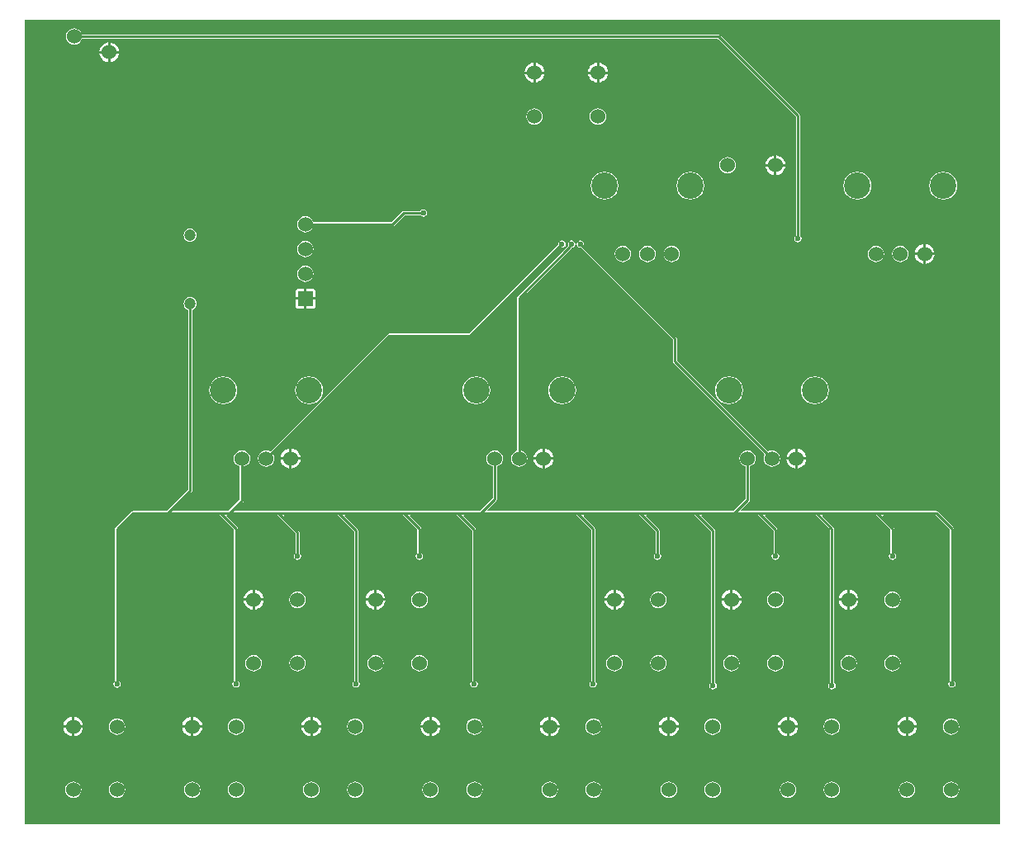
<source format=gtl>
G04 Layer_Physical_Order=1*
G04 Layer_Color=255*
%FSLAX25Y25*%
%MOIN*%
G70*
G01*
G75*
%ADD10C,0.01000*%
%ADD11C,0.06000*%
%ADD12C,0.10630*%
%ADD13C,0.04724*%
%ADD14R,0.06000X0.06000*%
%ADD15C,0.02362*%
G36*
X590551Y39370D02*
X196850D01*
Y364173D01*
X590551D01*
Y39370D01*
D02*
G37*
%LPC*%
G36*
X456474Y82709D02*
X455930Y82637D01*
X454957Y82234D01*
X454121Y81593D01*
X453480Y80757D01*
X453077Y79784D01*
X453005Y79240D01*
X456474D01*
Y82709D01*
D02*
G37*
G36*
X457474D02*
Y79240D01*
X460943D01*
X460871Y79784D01*
X460468Y80757D01*
X459827Y81593D01*
X458991Y82234D01*
X458018Y82637D01*
X457474Y82709D01*
D02*
G37*
G36*
X408386D02*
X407842Y82637D01*
X406869Y82234D01*
X406034Y81593D01*
X405392Y80757D01*
X404989Y79784D01*
X404918Y79240D01*
X408386D01*
Y82709D01*
D02*
G37*
G36*
X409386D02*
Y79240D01*
X412855D01*
X412783Y79784D01*
X412380Y80757D01*
X411739Y81593D01*
X410904Y82234D01*
X409931Y82637D01*
X409386Y82709D01*
D02*
G37*
G36*
X504562D02*
X504018Y82637D01*
X503045Y82234D01*
X502209Y81593D01*
X501568Y80757D01*
X501165Y79784D01*
X501093Y79240D01*
X504562D01*
Y82709D01*
D02*
G37*
G36*
X553650D02*
Y79240D01*
X557118D01*
X557047Y79784D01*
X556644Y80757D01*
X556002Y81593D01*
X555167Y82234D01*
X554194Y82637D01*
X553650Y82709D01*
D02*
G37*
G36*
X289370Y107659D02*
X288509Y107546D01*
X287706Y107213D01*
X287016Y106684D01*
X286487Y105995D01*
X286155Y105192D01*
X286041Y104331D01*
X286155Y103469D01*
X286487Y102667D01*
X287016Y101977D01*
X287706Y101448D01*
X288509Y101116D01*
X289370Y101002D01*
X290231Y101116D01*
X291034Y101448D01*
X291724Y101977D01*
X292253Y102667D01*
X292585Y103469D01*
X292699Y104331D01*
X292585Y105192D01*
X292253Y105995D01*
X291724Y106684D01*
X291034Y107213D01*
X290231Y107546D01*
X289370Y107659D01*
D02*
G37*
G36*
X505562Y82709D02*
Y79240D01*
X509030D01*
X508959Y79784D01*
X508556Y80757D01*
X507915Y81593D01*
X507079Y82234D01*
X506106Y82637D01*
X505562Y82709D01*
D02*
G37*
G36*
X552650D02*
X552105Y82637D01*
X551132Y82234D01*
X550297Y81593D01*
X549656Y80757D01*
X549253Y79784D01*
X549181Y79240D01*
X552650D01*
Y82709D01*
D02*
G37*
G36*
X361299D02*
Y79240D01*
X364767D01*
X364696Y79784D01*
X364293Y80757D01*
X363651Y81593D01*
X362816Y82234D01*
X361843Y82637D01*
X361299Y82709D01*
D02*
G37*
G36*
X216035D02*
X215491Y82637D01*
X214518Y82234D01*
X213683Y81593D01*
X213041Y80757D01*
X212638Y79784D01*
X212567Y79240D01*
X216035D01*
Y82709D01*
D02*
G37*
G36*
X217035D02*
Y79240D01*
X220504D01*
X220432Y79784D01*
X220029Y80757D01*
X219388Y81593D01*
X218553Y82234D01*
X217580Y82637D01*
X217035Y82709D01*
D02*
G37*
G36*
X522778Y82069D02*
X521917Y81955D01*
X521114Y81623D01*
X520425Y81094D01*
X519896Y80404D01*
X519563Y79602D01*
X519450Y78740D01*
X519563Y77879D01*
X519896Y77076D01*
X520425Y76387D01*
X521114Y75858D01*
X521917Y75525D01*
X522778Y75412D01*
X523640Y75525D01*
X524443Y75858D01*
X525132Y76387D01*
X525661Y77076D01*
X525993Y77879D01*
X526107Y78740D01*
X525993Y79602D01*
X525661Y80404D01*
X525132Y81094D01*
X524443Y81623D01*
X523640Y81955D01*
X522778Y82069D01*
D02*
G37*
G36*
X570866D02*
X570005Y81955D01*
X569202Y81623D01*
X568512Y81094D01*
X567983Y80404D01*
X567651Y79602D01*
X567537Y78740D01*
X567651Y77879D01*
X567983Y77076D01*
X568512Y76387D01*
X569202Y75858D01*
X570005Y75525D01*
X570866Y75412D01*
X571728Y75525D01*
X572530Y75858D01*
X573220Y76387D01*
X573748Y77076D01*
X574081Y77879D01*
X574194Y78740D01*
X574081Y79602D01*
X573748Y80404D01*
X573220Y81094D01*
X572530Y81623D01*
X571728Y81955D01*
X570866Y82069D01*
D02*
G37*
G36*
X264123Y82709D02*
X263579Y82637D01*
X262606Y82234D01*
X261770Y81593D01*
X261129Y80757D01*
X260726Y79784D01*
X260654Y79240D01*
X264123D01*
Y82709D01*
D02*
G37*
G36*
X313211D02*
Y79240D01*
X316680D01*
X316608Y79784D01*
X316205Y80757D01*
X315564Y81593D01*
X314728Y82234D01*
X313755Y82637D01*
X313211Y82709D01*
D02*
G37*
G36*
X360299D02*
X359754Y82637D01*
X358781Y82234D01*
X357946Y81593D01*
X357305Y80757D01*
X356902Y79784D01*
X356830Y79240D01*
X360299D01*
Y82709D01*
D02*
G37*
G36*
X265123D02*
Y79240D01*
X268592D01*
X268520Y79784D01*
X268117Y80757D01*
X267476Y81593D01*
X266640Y82234D01*
X265667Y82637D01*
X265123Y82709D01*
D02*
G37*
G36*
X312211D02*
X311667Y82637D01*
X310694Y82234D01*
X309858Y81593D01*
X309217Y80757D01*
X308814Y79784D01*
X308742Y79240D01*
X312211D01*
Y82709D01*
D02*
G37*
G36*
X342551Y129421D02*
X339083D01*
Y125952D01*
X339627Y126024D01*
X340600Y126427D01*
X341435Y127068D01*
X342077Y127904D01*
X342480Y128877D01*
X342551Y129421D01*
D02*
G37*
G36*
X434539D02*
X431071D01*
X431142Y128877D01*
X431545Y127904D01*
X432187Y127068D01*
X433022Y126427D01*
X433995Y126024D01*
X434539Y125952D01*
Y129421D01*
D02*
G37*
G36*
X293339D02*
X289870D01*
Y125952D01*
X290414Y126024D01*
X291387Y126427D01*
X292223Y127068D01*
X292864Y127904D01*
X293267Y128877D01*
X293339Y129421D01*
D02*
G37*
G36*
X338083D02*
X334614D01*
X334686Y128877D01*
X335089Y127904D01*
X335730Y127068D01*
X336565Y126427D01*
X337538Y126024D01*
X338083Y125952D01*
Y129421D01*
D02*
G37*
G36*
X439008D02*
X435539D01*
Y125952D01*
X436084Y126024D01*
X437057Y126427D01*
X437892Y127068D01*
X438533Y127904D01*
X438936Y128877D01*
X439008Y129421D01*
D02*
G37*
G36*
X529028D02*
X525559D01*
X525631Y128877D01*
X526034Y127904D01*
X526675Y127068D01*
X527510Y126427D01*
X528483Y126024D01*
X529028Y125952D01*
Y129421D01*
D02*
G37*
G36*
X533496D02*
X530028D01*
Y125952D01*
X530572Y126024D01*
X531545Y126427D01*
X532380Y127068D01*
X533022Y127904D01*
X533425Y128877D01*
X533496Y129421D01*
D02*
G37*
G36*
X481783D02*
X478315D01*
X478386Y128877D01*
X478789Y127904D01*
X479431Y127068D01*
X480266Y126427D01*
X481239Y126024D01*
X481783Y125952D01*
Y129421D01*
D02*
G37*
G36*
X486252D02*
X482783D01*
Y125952D01*
X483328Y126024D01*
X484301Y126427D01*
X485136Y127068D01*
X485777Y127904D01*
X486180Y128877D01*
X486252Y129421D01*
D02*
G37*
G36*
X288870D02*
X285401D01*
X285473Y128877D01*
X285876Y127904D01*
X286517Y127068D01*
X287353Y126427D01*
X288326Y126024D01*
X288870Y125952D01*
Y129421D01*
D02*
G37*
G36*
X356299Y107659D02*
X355438Y107546D01*
X354635Y107213D01*
X353946Y106684D01*
X353417Y105995D01*
X353084Y105192D01*
X352971Y104331D01*
X353084Y103469D01*
X353417Y102667D01*
X353946Y101977D01*
X354635Y101448D01*
X355438Y101116D01*
X356299Y101002D01*
X357161Y101116D01*
X357963Y101448D01*
X358653Y101977D01*
X359182Y102667D01*
X359514Y103469D01*
X359628Y104331D01*
X359514Y105192D01*
X359182Y105995D01*
X358653Y106684D01*
X357963Y107213D01*
X357161Y107546D01*
X356299Y107659D01*
D02*
G37*
G36*
X435039D02*
X434178Y107546D01*
X433375Y107213D01*
X432686Y106684D01*
X432157Y105995D01*
X431824Y105192D01*
X431711Y104331D01*
X431824Y103469D01*
X432157Y102667D01*
X432686Y101977D01*
X433375Y101448D01*
X434178Y101116D01*
X435039Y101002D01*
X435901Y101116D01*
X436704Y101448D01*
X437393Y101977D01*
X437922Y102667D01*
X438254Y103469D01*
X438368Y104331D01*
X438254Y105192D01*
X437922Y105995D01*
X437393Y106684D01*
X436704Y107213D01*
X435901Y107546D01*
X435039Y107659D01*
D02*
G37*
G36*
X307087D02*
X306225Y107546D01*
X305422Y107213D01*
X304733Y106684D01*
X304204Y105995D01*
X303871Y105192D01*
X303758Y104331D01*
X303871Y103469D01*
X304204Y102667D01*
X304733Y101977D01*
X305422Y101448D01*
X306225Y101116D01*
X307087Y101002D01*
X307948Y101116D01*
X308751Y101448D01*
X309440Y101977D01*
X309969Y102667D01*
X310302Y103469D01*
X310415Y104331D01*
X310302Y105192D01*
X309969Y105995D01*
X309440Y106684D01*
X308751Y107213D01*
X307948Y107546D01*
X307087Y107659D01*
D02*
G37*
G36*
X338583D02*
X337721Y107546D01*
X336918Y107213D01*
X336229Y106684D01*
X335700Y105995D01*
X335367Y105192D01*
X335254Y104331D01*
X335367Y103469D01*
X335700Y102667D01*
X336229Y101977D01*
X336918Y101448D01*
X337721Y101116D01*
X338583Y101002D01*
X339444Y101116D01*
X340247Y101448D01*
X340936Y101977D01*
X341465Y102667D01*
X341798Y103469D01*
X341911Y104331D01*
X341798Y105192D01*
X341465Y105995D01*
X340936Y106684D01*
X340247Y107213D01*
X339444Y107546D01*
X338583Y107659D01*
D02*
G37*
G36*
X452756D02*
X451895Y107546D01*
X451092Y107213D01*
X450402Y106684D01*
X449873Y105995D01*
X449541Y105192D01*
X449428Y104331D01*
X449541Y103469D01*
X449873Y102667D01*
X450402Y101977D01*
X451092Y101448D01*
X451895Y101116D01*
X452756Y101002D01*
X453617Y101116D01*
X454420Y101448D01*
X455110Y101977D01*
X455639Y102667D01*
X455971Y103469D01*
X456084Y104331D01*
X455971Y105192D01*
X455639Y105995D01*
X455110Y106684D01*
X454420Y107213D01*
X453617Y107546D01*
X452756Y107659D01*
D02*
G37*
G36*
X529528D02*
X528666Y107546D01*
X527863Y107213D01*
X527174Y106684D01*
X526645Y105995D01*
X526312Y105192D01*
X526199Y104331D01*
X526312Y103469D01*
X526645Y102667D01*
X527174Y101977D01*
X527863Y101448D01*
X528666Y101116D01*
X529528Y101002D01*
X530389Y101116D01*
X531192Y101448D01*
X531881Y101977D01*
X532410Y102667D01*
X532743Y103469D01*
X532856Y104331D01*
X532743Y105192D01*
X532410Y105995D01*
X531881Y106684D01*
X531192Y107213D01*
X530389Y107546D01*
X529528Y107659D01*
D02*
G37*
G36*
X547244D02*
X546383Y107546D01*
X545580Y107213D01*
X544890Y106684D01*
X544361Y105995D01*
X544029Y105192D01*
X543916Y104331D01*
X544029Y103469D01*
X544361Y102667D01*
X544890Y101977D01*
X545580Y101448D01*
X546383Y101116D01*
X547244Y101002D01*
X548105Y101116D01*
X548908Y101448D01*
X549598Y101977D01*
X550127Y102667D01*
X550459Y103469D01*
X550572Y104331D01*
X550459Y105192D01*
X550127Y105995D01*
X549598Y106684D01*
X548908Y107213D01*
X548105Y107546D01*
X547244Y107659D01*
D02*
G37*
G36*
X482283D02*
X481422Y107546D01*
X480619Y107213D01*
X479930Y106684D01*
X479401Y105995D01*
X479068Y105192D01*
X478955Y104331D01*
X479068Y103469D01*
X479401Y102667D01*
X479930Y101977D01*
X480619Y101448D01*
X481422Y101116D01*
X482283Y101002D01*
X483145Y101116D01*
X483948Y101448D01*
X484637Y101977D01*
X485166Y102667D01*
X485499Y103469D01*
X485612Y104331D01*
X485499Y105192D01*
X485166Y105995D01*
X484637Y106684D01*
X483948Y107213D01*
X483145Y107546D01*
X482283Y107659D01*
D02*
G37*
G36*
X500000D02*
X499138Y107546D01*
X498336Y107213D01*
X497646Y106684D01*
X497118Y105995D01*
X496785Y105192D01*
X496671Y104331D01*
X496785Y103469D01*
X497118Y102667D01*
X497646Y101977D01*
X498336Y101448D01*
X499138Y101116D01*
X500000Y101002D01*
X500862Y101116D01*
X501664Y101448D01*
X502354Y101977D01*
X502882Y102667D01*
X503215Y103469D01*
X503329Y104331D01*
X503215Y105192D01*
X502882Y105995D01*
X502354Y106684D01*
X501664Y107213D01*
X500862Y107546D01*
X500000Y107659D01*
D02*
G37*
G36*
X505062Y56478D02*
X504200Y56365D01*
X503398Y56032D01*
X502708Y55503D01*
X502179Y54814D01*
X501847Y54011D01*
X501733Y53150D01*
X501847Y52288D01*
X502179Y51485D01*
X502708Y50796D01*
X503398Y50267D01*
X504200Y49935D01*
X505062Y49821D01*
X505923Y49935D01*
X506726Y50267D01*
X507415Y50796D01*
X507944Y51485D01*
X508277Y52288D01*
X508390Y53150D01*
X508277Y54011D01*
X507944Y54814D01*
X507415Y55503D01*
X506726Y56032D01*
X505923Y56365D01*
X505062Y56478D01*
D02*
G37*
G36*
X522778D02*
X521917Y56365D01*
X521114Y56032D01*
X520425Y55503D01*
X519896Y54814D01*
X519563Y54011D01*
X519450Y53150D01*
X519563Y52288D01*
X519896Y51485D01*
X520425Y50796D01*
X521114Y50267D01*
X521917Y49935D01*
X522778Y49821D01*
X523640Y49935D01*
X524443Y50267D01*
X525132Y50796D01*
X525661Y51485D01*
X525993Y52288D01*
X526107Y53150D01*
X525993Y54011D01*
X525661Y54814D01*
X525132Y55503D01*
X524443Y56032D01*
X523640Y56365D01*
X522778Y56478D01*
D02*
G37*
G36*
X456974D02*
X456112Y56365D01*
X455310Y56032D01*
X454620Y55503D01*
X454091Y54814D01*
X453759Y54011D01*
X453646Y53150D01*
X453759Y52288D01*
X454091Y51485D01*
X454620Y50796D01*
X455310Y50267D01*
X456112Y49935D01*
X456974Y49821D01*
X457835Y49935D01*
X458638Y50267D01*
X459328Y50796D01*
X459857Y51485D01*
X460189Y52288D01*
X460302Y53150D01*
X460189Y54011D01*
X459857Y54814D01*
X459328Y55503D01*
X458638Y56032D01*
X457835Y56365D01*
X456974Y56478D01*
D02*
G37*
G36*
X474691D02*
X473829Y56365D01*
X473026Y56032D01*
X472337Y55503D01*
X471808Y54814D01*
X471476Y54011D01*
X471362Y53150D01*
X471476Y52288D01*
X471808Y51485D01*
X472337Y50796D01*
X473026Y50267D01*
X473829Y49935D01*
X474691Y49821D01*
X475552Y49935D01*
X476355Y50267D01*
X477044Y50796D01*
X477573Y51485D01*
X477906Y52288D01*
X478019Y53150D01*
X477906Y54011D01*
X477573Y54814D01*
X477044Y55503D01*
X476355Y56032D01*
X475552Y56365D01*
X474691Y56478D01*
D02*
G37*
G36*
X553150D02*
X552288Y56365D01*
X551485Y56032D01*
X550796Y55503D01*
X550267Y54814D01*
X549934Y54011D01*
X549821Y53150D01*
X549934Y52288D01*
X550267Y51485D01*
X550796Y50796D01*
X551485Y50267D01*
X552288Y49935D01*
X553150Y49821D01*
X554011Y49935D01*
X554814Y50267D01*
X555503Y50796D01*
X556032Y51485D01*
X556365Y52288D01*
X556478Y53150D01*
X556365Y54011D01*
X556032Y54814D01*
X555503Y55503D01*
X554814Y56032D01*
X554011Y56365D01*
X553150Y56478D01*
D02*
G37*
G36*
X220504Y78240D02*
X217035D01*
Y74771D01*
X217580Y74843D01*
X218553Y75246D01*
X219388Y75887D01*
X220029Y76723D01*
X220432Y77696D01*
X220504Y78240D01*
D02*
G37*
G36*
X264123D02*
X260654D01*
X260726Y77696D01*
X261129Y76723D01*
X261770Y75887D01*
X262606Y75246D01*
X263579Y74843D01*
X264123Y74771D01*
Y78240D01*
D02*
G37*
G36*
X570866Y56478D02*
X570005Y56365D01*
X569202Y56032D01*
X568512Y55503D01*
X567983Y54814D01*
X567651Y54011D01*
X567537Y53150D01*
X567651Y52288D01*
X567983Y51485D01*
X568512Y50796D01*
X569202Y50267D01*
X570005Y49935D01*
X570866Y49821D01*
X571728Y49935D01*
X572530Y50267D01*
X573220Y50796D01*
X573748Y51485D01*
X574081Y52288D01*
X574194Y53150D01*
X574081Y54011D01*
X573748Y54814D01*
X573220Y55503D01*
X572530Y56032D01*
X571728Y56365D01*
X570866Y56478D01*
D02*
G37*
G36*
X216035Y78240D02*
X212567D01*
X212638Y77696D01*
X213041Y76723D01*
X213683Y75887D01*
X214518Y75246D01*
X215491Y74843D01*
X216035Y74771D01*
Y78240D01*
D02*
G37*
G36*
X426603Y56478D02*
X425741Y56365D01*
X424939Y56032D01*
X424249Y55503D01*
X423720Y54814D01*
X423388Y54011D01*
X423274Y53150D01*
X423388Y52288D01*
X423720Y51485D01*
X424249Y50796D01*
X424939Y50267D01*
X425741Y49935D01*
X426603Y49821D01*
X427464Y49935D01*
X428267Y50267D01*
X428956Y50796D01*
X429485Y51485D01*
X429818Y52288D01*
X429931Y53150D01*
X429818Y54011D01*
X429485Y54814D01*
X428956Y55503D01*
X428267Y56032D01*
X427464Y56365D01*
X426603Y56478D01*
D02*
G37*
G36*
X264623D02*
X263762Y56365D01*
X262959Y56032D01*
X262270Y55503D01*
X261741Y54814D01*
X261408Y54011D01*
X261295Y53150D01*
X261408Y52288D01*
X261741Y51485D01*
X262270Y50796D01*
X262959Y50267D01*
X263762Y49935D01*
X264623Y49821D01*
X265485Y49935D01*
X266287Y50267D01*
X266977Y50796D01*
X267506Y51485D01*
X267838Y52288D01*
X267952Y53150D01*
X267838Y54011D01*
X267506Y54814D01*
X266977Y55503D01*
X266287Y56032D01*
X265485Y56365D01*
X264623Y56478D01*
D02*
G37*
G36*
X282340D02*
X281478Y56365D01*
X280676Y56032D01*
X279986Y55503D01*
X279457Y54814D01*
X279125Y54011D01*
X279011Y53150D01*
X279125Y52288D01*
X279457Y51485D01*
X279986Y50796D01*
X280676Y50267D01*
X281478Y49935D01*
X282340Y49821D01*
X283201Y49935D01*
X284004Y50267D01*
X284693Y50796D01*
X285222Y51485D01*
X285555Y52288D01*
X285668Y53150D01*
X285555Y54011D01*
X285222Y54814D01*
X284693Y55503D01*
X284004Y56032D01*
X283201Y56365D01*
X282340Y56478D01*
D02*
G37*
G36*
X216535D02*
X215674Y56365D01*
X214871Y56032D01*
X214182Y55503D01*
X213653Y54814D01*
X213320Y54011D01*
X213207Y53150D01*
X213320Y52288D01*
X213653Y51485D01*
X214182Y50796D01*
X214871Y50267D01*
X215674Y49935D01*
X216535Y49821D01*
X217397Y49935D01*
X218200Y50267D01*
X218889Y50796D01*
X219418Y51485D01*
X219750Y52288D01*
X219864Y53150D01*
X219750Y54011D01*
X219418Y54814D01*
X218889Y55503D01*
X218200Y56032D01*
X217397Y56365D01*
X216535Y56478D01*
D02*
G37*
G36*
X234252D02*
X233390Y56365D01*
X232588Y56032D01*
X231898Y55503D01*
X231369Y54814D01*
X231037Y54011D01*
X230924Y53150D01*
X231037Y52288D01*
X231369Y51485D01*
X231898Y50796D01*
X232588Y50267D01*
X233390Y49935D01*
X234252Y49821D01*
X235114Y49935D01*
X235916Y50267D01*
X236606Y50796D01*
X237135Y51485D01*
X237467Y52288D01*
X237580Y53150D01*
X237467Y54011D01*
X237135Y54814D01*
X236606Y55503D01*
X235916Y56032D01*
X235114Y56365D01*
X234252Y56478D01*
D02*
G37*
G36*
X312711D02*
X311849Y56365D01*
X311047Y56032D01*
X310357Y55503D01*
X309828Y54814D01*
X309496Y54011D01*
X309382Y53150D01*
X309496Y52288D01*
X309828Y51485D01*
X310357Y50796D01*
X311047Y50267D01*
X311849Y49935D01*
X312711Y49821D01*
X313572Y49935D01*
X314375Y50267D01*
X315064Y50796D01*
X315593Y51485D01*
X315926Y52288D01*
X316039Y53150D01*
X315926Y54011D01*
X315593Y54814D01*
X315064Y55503D01*
X314375Y56032D01*
X313572Y56365D01*
X312711Y56478D01*
D02*
G37*
G36*
X378515D02*
X377654Y56365D01*
X376851Y56032D01*
X376162Y55503D01*
X375633Y54814D01*
X375300Y54011D01*
X375187Y53150D01*
X375300Y52288D01*
X375633Y51485D01*
X376162Y50796D01*
X376851Y50267D01*
X377654Y49935D01*
X378515Y49821D01*
X379377Y49935D01*
X380179Y50267D01*
X380869Y50796D01*
X381398Y51485D01*
X381730Y52288D01*
X381844Y53150D01*
X381730Y54011D01*
X381398Y54814D01*
X380869Y55503D01*
X380179Y56032D01*
X379377Y56365D01*
X378515Y56478D01*
D02*
G37*
G36*
X408886D02*
X408025Y56365D01*
X407222Y56032D01*
X406533Y55503D01*
X406004Y54814D01*
X405671Y54011D01*
X405558Y53150D01*
X405671Y52288D01*
X406004Y51485D01*
X406533Y50796D01*
X407222Y50267D01*
X408025Y49935D01*
X408886Y49821D01*
X409748Y49935D01*
X410551Y50267D01*
X411240Y50796D01*
X411769Y51485D01*
X412102Y52288D01*
X412215Y53150D01*
X412102Y54011D01*
X411769Y54814D01*
X411240Y55503D01*
X410551Y56032D01*
X409748Y56365D01*
X408886Y56478D01*
D02*
G37*
G36*
X330427D02*
X329566Y56365D01*
X328763Y56032D01*
X328074Y55503D01*
X327545Y54814D01*
X327212Y54011D01*
X327099Y53150D01*
X327212Y52288D01*
X327545Y51485D01*
X328074Y50796D01*
X328763Y50267D01*
X329566Y49935D01*
X330427Y49821D01*
X331289Y49935D01*
X332092Y50267D01*
X332781Y50796D01*
X333310Y51485D01*
X333643Y52288D01*
X333756Y53150D01*
X333643Y54011D01*
X333310Y54814D01*
X332781Y55503D01*
X332092Y56032D01*
X331289Y56365D01*
X330427Y56478D01*
D02*
G37*
G36*
X360799D02*
X359937Y56365D01*
X359134Y56032D01*
X358445Y55503D01*
X357916Y54814D01*
X357583Y54011D01*
X357470Y53150D01*
X357583Y52288D01*
X357916Y51485D01*
X358445Y50796D01*
X359134Y50267D01*
X359937Y49935D01*
X360799Y49821D01*
X361660Y49935D01*
X362463Y50267D01*
X363152Y50796D01*
X363681Y51485D01*
X364014Y52288D01*
X364127Y53150D01*
X364014Y54011D01*
X363681Y54814D01*
X363152Y55503D01*
X362463Y56032D01*
X361660Y56365D01*
X360799Y56478D01*
D02*
G37*
G36*
X557118Y78240D02*
X553650D01*
Y74771D01*
X554194Y74843D01*
X555167Y75246D01*
X556002Y75887D01*
X556644Y76723D01*
X557047Y77696D01*
X557118Y78240D01*
D02*
G37*
G36*
X234252Y82069D02*
X233390Y81955D01*
X232588Y81623D01*
X231898Y81094D01*
X231369Y80404D01*
X231037Y79602D01*
X230924Y78740D01*
X231037Y77879D01*
X231369Y77076D01*
X231898Y76387D01*
X232588Y75858D01*
X233390Y75525D01*
X234252Y75412D01*
X235114Y75525D01*
X235916Y75858D01*
X236606Y76387D01*
X237135Y77076D01*
X237467Y77879D01*
X237580Y78740D01*
X237467Y79602D01*
X237135Y80404D01*
X236606Y81094D01*
X235916Y81623D01*
X235114Y81955D01*
X234252Y82069D01*
D02*
G37*
G36*
X509030Y78240D02*
X505562D01*
Y74771D01*
X506106Y74843D01*
X507079Y75246D01*
X507915Y75887D01*
X508556Y76723D01*
X508959Y77696D01*
X509030Y78240D01*
D02*
G37*
G36*
X552650D02*
X549181D01*
X549253Y77696D01*
X549656Y76723D01*
X550297Y75887D01*
X551132Y75246D01*
X552105Y74843D01*
X552650Y74771D01*
Y78240D01*
D02*
G37*
G36*
X282340Y82069D02*
X281478Y81955D01*
X280676Y81623D01*
X279986Y81094D01*
X279457Y80404D01*
X279125Y79602D01*
X279011Y78740D01*
X279125Y77879D01*
X279457Y77076D01*
X279986Y76387D01*
X280676Y75858D01*
X281478Y75525D01*
X282340Y75412D01*
X283201Y75525D01*
X284004Y75858D01*
X284693Y76387D01*
X285222Y77076D01*
X285555Y77879D01*
X285668Y78740D01*
X285555Y79602D01*
X285222Y80404D01*
X284693Y81094D01*
X284004Y81623D01*
X283201Y81955D01*
X282340Y82069D01*
D02*
G37*
G36*
X426603D02*
X425741Y81955D01*
X424939Y81623D01*
X424249Y81094D01*
X423720Y80404D01*
X423388Y79602D01*
X423274Y78740D01*
X423388Y77879D01*
X423720Y77076D01*
X424249Y76387D01*
X424939Y75858D01*
X425741Y75525D01*
X426603Y75412D01*
X427464Y75525D01*
X428267Y75858D01*
X428956Y76387D01*
X429485Y77076D01*
X429818Y77879D01*
X429931Y78740D01*
X429818Y79602D01*
X429485Y80404D01*
X428956Y81094D01*
X428267Y81623D01*
X427464Y81955D01*
X426603Y82069D01*
D02*
G37*
G36*
X474691D02*
X473829Y81955D01*
X473026Y81623D01*
X472337Y81094D01*
X471808Y80404D01*
X471476Y79602D01*
X471362Y78740D01*
X471476Y77879D01*
X471808Y77076D01*
X472337Y76387D01*
X473026Y75858D01*
X473829Y75525D01*
X474691Y75412D01*
X475552Y75525D01*
X476355Y75858D01*
X477044Y76387D01*
X477573Y77076D01*
X477906Y77879D01*
X478019Y78740D01*
X477906Y79602D01*
X477573Y80404D01*
X477044Y81094D01*
X476355Y81623D01*
X475552Y81955D01*
X474691Y82069D01*
D02*
G37*
G36*
X330427D02*
X329566Y81955D01*
X328763Y81623D01*
X328074Y81094D01*
X327545Y80404D01*
X327212Y79602D01*
X327099Y78740D01*
X327212Y77879D01*
X327545Y77076D01*
X328074Y76387D01*
X328763Y75858D01*
X329566Y75525D01*
X330427Y75412D01*
X331289Y75525D01*
X332092Y75858D01*
X332781Y76387D01*
X333310Y77076D01*
X333643Y77879D01*
X333756Y78740D01*
X333643Y79602D01*
X333310Y80404D01*
X332781Y81094D01*
X332092Y81623D01*
X331289Y81955D01*
X330427Y82069D01*
D02*
G37*
G36*
X378515D02*
X377654Y81955D01*
X376851Y81623D01*
X376162Y81094D01*
X375633Y80404D01*
X375300Y79602D01*
X375187Y78740D01*
X375300Y77879D01*
X375633Y77076D01*
X376162Y76387D01*
X376851Y75858D01*
X377654Y75525D01*
X378515Y75412D01*
X379377Y75525D01*
X380179Y75858D01*
X380869Y76387D01*
X381398Y77076D01*
X381730Y77879D01*
X381844Y78740D01*
X381730Y79602D01*
X381398Y80404D01*
X380869Y81094D01*
X380179Y81623D01*
X379377Y81955D01*
X378515Y82069D01*
D02*
G37*
G36*
X504562Y78240D02*
X501093D01*
X501165Y77696D01*
X501568Y76723D01*
X502209Y75887D01*
X503045Y75246D01*
X504018Y74843D01*
X504562Y74771D01*
Y78240D01*
D02*
G37*
G36*
X316680D02*
X313211D01*
Y74771D01*
X313755Y74843D01*
X314728Y75246D01*
X315564Y75887D01*
X316205Y76723D01*
X316608Y77696D01*
X316680Y78240D01*
D02*
G37*
G36*
X360299D02*
X356830D01*
X356902Y77696D01*
X357305Y76723D01*
X357946Y75887D01*
X358781Y75246D01*
X359754Y74843D01*
X360299Y74771D01*
Y78240D01*
D02*
G37*
G36*
X268592D02*
X265123D01*
Y74771D01*
X265667Y74843D01*
X266640Y75246D01*
X267476Y75887D01*
X268117Y76723D01*
X268520Y77696D01*
X268592Y78240D01*
D02*
G37*
G36*
X312211D02*
X308742D01*
X308814Y77696D01*
X309217Y76723D01*
X309858Y75887D01*
X310694Y75246D01*
X311667Y74843D01*
X312211Y74771D01*
Y78240D01*
D02*
G37*
G36*
X364767D02*
X361299D01*
Y74771D01*
X361843Y74843D01*
X362816Y75246D01*
X363651Y75887D01*
X364293Y76723D01*
X364696Y77696D01*
X364767Y78240D01*
D02*
G37*
G36*
X456474D02*
X453005D01*
X453077Y77696D01*
X453480Y76723D01*
X454121Y75887D01*
X454957Y75246D01*
X455930Y74843D01*
X456474Y74771D01*
Y78240D01*
D02*
G37*
G36*
X460943D02*
X457474D01*
Y74771D01*
X458018Y74843D01*
X458991Y75246D01*
X459827Y75887D01*
X460468Y76723D01*
X460871Y77696D01*
X460943Y78240D01*
D02*
G37*
G36*
X408386D02*
X404918D01*
X404989Y77696D01*
X405392Y76723D01*
X406034Y75887D01*
X406869Y75246D01*
X407842Y74843D01*
X408386Y74771D01*
Y78240D01*
D02*
G37*
G36*
X412855D02*
X409386D01*
Y74771D01*
X409931Y74843D01*
X410904Y75246D01*
X411739Y75887D01*
X412380Y76723D01*
X412783Y77696D01*
X412855Y78240D01*
D02*
G37*
G36*
X307087Y133250D02*
X306225Y133136D01*
X305422Y132804D01*
X304733Y132275D01*
X304204Y131585D01*
X303871Y130783D01*
X303758Y129921D01*
X303871Y129060D01*
X304204Y128257D01*
X304733Y127568D01*
X305422Y127039D01*
X306225Y126706D01*
X307087Y126593D01*
X307948Y126706D01*
X308751Y127039D01*
X309440Y127568D01*
X309969Y128257D01*
X310302Y129060D01*
X310415Y129921D01*
X310302Y130783D01*
X309969Y131585D01*
X309440Y132275D01*
X308751Y132804D01*
X307948Y133136D01*
X307087Y133250D01*
D02*
G37*
G36*
X216929Y360809D02*
X216068Y360695D01*
X215265Y360363D01*
X214576Y359834D01*
X214047Y359144D01*
X213714Y358342D01*
X213601Y357480D01*
X213714Y356619D01*
X214047Y355816D01*
X214576Y355127D01*
X215265Y354598D01*
X216068Y354265D01*
X216929Y354152D01*
X217791Y354265D01*
X218593Y354598D01*
X219283Y355127D01*
X219812Y355816D01*
X220144Y356619D01*
X220150Y356665D01*
X476827D01*
X508240Y325253D01*
Y277083D01*
X507987Y276914D01*
X507660Y276424D01*
X507545Y275847D01*
X507660Y275269D01*
X507987Y274779D01*
X508477Y274451D01*
X509055Y274336D01*
X509633Y274451D01*
X510123Y274779D01*
X510450Y275269D01*
X510565Y275847D01*
X510450Y276424D01*
X510123Y276914D01*
X509871Y277083D01*
Y325590D01*
X509871Y325590D01*
X509809Y325903D01*
X509632Y326167D01*
X509632Y326167D01*
X477742Y358057D01*
X477478Y358234D01*
X477165Y358296D01*
X477165Y358296D01*
X220150D01*
X220144Y358342D01*
X219812Y359144D01*
X219283Y359834D01*
X218593Y360363D01*
X217791Y360695D01*
X216929Y360809D01*
D02*
G37*
G36*
X263779Y279851D02*
X263085Y279759D01*
X262437Y279491D01*
X261881Y279064D01*
X261454Y278508D01*
X261186Y277860D01*
X261094Y277165D01*
X261186Y276470D01*
X261454Y275823D01*
X261881Y275267D01*
X262437Y274840D01*
X263085Y274572D01*
X263779Y274480D01*
X264475Y274572D01*
X265122Y274840D01*
X265678Y275267D01*
X266105Y275823D01*
X266373Y276470D01*
X266465Y277165D01*
X266373Y277860D01*
X266105Y278508D01*
X265678Y279064D01*
X265122Y279491D01*
X264475Y279759D01*
X263779Y279851D01*
D02*
G37*
G36*
X560736Y273654D02*
Y270185D01*
X564205D01*
X564133Y270729D01*
X563730Y271702D01*
X563089Y272538D01*
X562254Y273179D01*
X561280Y273582D01*
X560736Y273654D01*
D02*
G37*
G36*
X413779Y275132D02*
X413202Y275017D01*
X412712Y274690D01*
X412384Y274200D01*
X412269Y273622D01*
X412329Y273325D01*
X376434Y237430D01*
X344094D01*
X344094Y237430D01*
X343782Y237368D01*
X343518Y237191D01*
X296189Y189862D01*
X296152Y189891D01*
X295350Y190223D01*
X294488Y190336D01*
X293627Y190223D01*
X292824Y189891D01*
X292134Y189362D01*
X291606Y188672D01*
X291273Y187869D01*
X291160Y187008D01*
X291273Y186146D01*
X291606Y185344D01*
X292134Y184654D01*
X292824Y184125D01*
X293627Y183793D01*
X294488Y183679D01*
X295350Y183793D01*
X296152Y184125D01*
X296842Y184654D01*
X297371Y185344D01*
X297703Y186146D01*
X297817Y187008D01*
X297703Y187869D01*
X297371Y188672D01*
X297343Y188709D01*
X344432Y235799D01*
X376772D01*
X376772Y235799D01*
X377084Y235861D01*
X377348Y236037D01*
X413482Y272171D01*
X413779Y272112D01*
X414357Y272227D01*
X414847Y272554D01*
X415175Y273044D01*
X415290Y273622D01*
X415175Y274200D01*
X414847Y274690D01*
X414357Y275017D01*
X413779Y275132D01*
D02*
G37*
G36*
X357874Y287731D02*
X357296Y287616D01*
X356806Y287288D01*
X356638Y287036D01*
X350000D01*
X349688Y286974D01*
X349423Y286797D01*
X349423Y286797D01*
X345095Y282469D01*
X313457D01*
X313451Y282515D01*
X313119Y283318D01*
X312590Y284007D01*
X311900Y284536D01*
X311098Y284869D01*
X310236Y284982D01*
X309375Y284869D01*
X308572Y284536D01*
X307883Y284007D01*
X307354Y283318D01*
X307021Y282515D01*
X306908Y281653D01*
X307021Y280792D01*
X307354Y279989D01*
X307883Y279300D01*
X308572Y278771D01*
X309375Y278438D01*
X310236Y278325D01*
X311098Y278438D01*
X311900Y278771D01*
X312590Y279300D01*
X313119Y279989D01*
X313451Y280792D01*
X313457Y280838D01*
X345433D01*
X345433Y280838D01*
X345745Y280900D01*
X346010Y281077D01*
X350338Y285405D01*
X356638D01*
X356806Y285153D01*
X357296Y284825D01*
X357874Y284710D01*
X358452Y284825D01*
X358942Y285153D01*
X359269Y285643D01*
X359384Y286221D01*
X359269Y286798D01*
X358942Y287288D01*
X358452Y287616D01*
X357874Y287731D01*
D02*
G37*
G36*
X533071Y302907D02*
X531605Y302714D01*
X530239Y302149D01*
X529066Y301249D01*
X528166Y300076D01*
X527600Y298710D01*
X527407Y297244D01*
X527600Y295778D01*
X528166Y294412D01*
X529066Y293239D01*
X530239Y292339D01*
X531605Y291774D01*
X533071Y291581D01*
X534537Y291774D01*
X535903Y292339D01*
X537076Y293239D01*
X537976Y294412D01*
X538541Y295778D01*
X538734Y297244D01*
X538541Y298710D01*
X537976Y300076D01*
X537076Y301249D01*
X535903Y302149D01*
X534537Y302714D01*
X533071Y302907D01*
D02*
G37*
G36*
X567717D02*
X566251Y302714D01*
X564885Y302149D01*
X563712Y301249D01*
X562812Y300076D01*
X562246Y298710D01*
X562053Y297244D01*
X562246Y295778D01*
X562812Y294412D01*
X563712Y293239D01*
X564885Y292339D01*
X566251Y291774D01*
X567717Y291581D01*
X569182Y291774D01*
X570548Y292339D01*
X571721Y293239D01*
X572621Y294412D01*
X573187Y295778D01*
X573380Y297244D01*
X573187Y298710D01*
X572621Y300076D01*
X571721Y301249D01*
X570548Y302149D01*
X569182Y302714D01*
X567717Y302907D01*
D02*
G37*
G36*
X431004D02*
X429538Y302714D01*
X428172Y302149D01*
X426999Y301249D01*
X426099Y300076D01*
X425533Y298710D01*
X425341Y297244D01*
X425533Y295778D01*
X426099Y294412D01*
X426999Y293239D01*
X428172Y292339D01*
X429538Y291774D01*
X431004Y291581D01*
X432470Y291774D01*
X433836Y292339D01*
X435009Y293239D01*
X435909Y294412D01*
X436474Y295778D01*
X436667Y297244D01*
X436474Y298710D01*
X435909Y300076D01*
X435009Y301249D01*
X433836Y302149D01*
X432470Y302714D01*
X431004Y302907D01*
D02*
G37*
G36*
X465650D02*
X464184Y302714D01*
X462818Y302149D01*
X461645Y301249D01*
X460745Y300076D01*
X460179Y298710D01*
X459986Y297244D01*
X460179Y295778D01*
X460745Y294412D01*
X461645Y293239D01*
X462818Y292339D01*
X464184Y291774D01*
X465650Y291581D01*
X467115Y291774D01*
X468481Y292339D01*
X469654Y293239D01*
X470554Y294412D01*
X471120Y295778D01*
X471313Y297244D01*
X471120Y298710D01*
X470554Y300076D01*
X469654Y301249D01*
X468481Y302149D01*
X467115Y302714D01*
X465650Y302907D01*
D02*
G37*
G36*
X559736Y273654D02*
X559192Y273582D01*
X558219Y273179D01*
X557383Y272538D01*
X556742Y271702D01*
X556339Y270729D01*
X556267Y270185D01*
X559736D01*
Y273654D01*
D02*
G37*
G36*
X564205Y269185D02*
X560736D01*
Y265716D01*
X561280Y265788D01*
X562254Y266191D01*
X563089Y266832D01*
X563730Y267668D01*
X564133Y268641D01*
X564205Y269185D01*
D02*
G37*
G36*
X438484Y273013D02*
X437623Y272900D01*
X436820Y272568D01*
X436131Y272039D01*
X435602Y271349D01*
X435269Y270547D01*
X435156Y269685D01*
X435269Y268824D01*
X435602Y268021D01*
X436131Y267331D01*
X436820Y266803D01*
X437623Y266470D01*
X438484Y266357D01*
X439346Y266470D01*
X440148Y266803D01*
X440838Y267331D01*
X441367Y268021D01*
X441699Y268824D01*
X441813Y269685D01*
X441699Y270547D01*
X441367Y271349D01*
X440838Y272039D01*
X440148Y272568D01*
X439346Y272900D01*
X438484Y273013D01*
D02*
G37*
G36*
X310236Y264982D02*
X309375Y264869D01*
X308572Y264536D01*
X307883Y264007D01*
X307354Y263318D01*
X307021Y262515D01*
X306908Y261653D01*
X307021Y260792D01*
X307354Y259989D01*
X307883Y259300D01*
X308572Y258771D01*
X309375Y258438D01*
X310236Y258325D01*
X311098Y258438D01*
X311900Y258771D01*
X312590Y259300D01*
X313119Y259989D01*
X313451Y260792D01*
X313565Y261653D01*
X313451Y262515D01*
X313119Y263318D01*
X312590Y264007D01*
X311900Y264536D01*
X311098Y264869D01*
X310236Y264982D01*
D02*
G37*
G36*
X559736Y269185D02*
X556267D01*
X556339Y268641D01*
X556742Y267668D01*
X557383Y266832D01*
X558219Y266191D01*
X559192Y265788D01*
X559736Y265716D01*
Y269185D01*
D02*
G37*
G36*
X448327Y273013D02*
X447465Y272900D01*
X446663Y272568D01*
X445973Y272039D01*
X445444Y271349D01*
X445112Y270547D01*
X444998Y269685D01*
X445112Y268824D01*
X445444Y268021D01*
X445973Y267331D01*
X446663Y266803D01*
X447465Y266470D01*
X448327Y266357D01*
X449188Y266470D01*
X449991Y266803D01*
X450680Y267331D01*
X451209Y268021D01*
X451542Y268824D01*
X451655Y269685D01*
X451542Y270547D01*
X451209Y271349D01*
X450680Y272039D01*
X449991Y272568D01*
X449188Y272900D01*
X448327Y273013D01*
D02*
G37*
G36*
X550394D02*
X549532Y272900D01*
X548729Y272568D01*
X548040Y272039D01*
X547511Y271349D01*
X547179Y270547D01*
X547065Y269685D01*
X547179Y268824D01*
X547511Y268021D01*
X548040Y267331D01*
X548729Y266803D01*
X549532Y266470D01*
X550394Y266357D01*
X551255Y266470D01*
X552058Y266803D01*
X552747Y267331D01*
X553276Y268021D01*
X553609Y268824D01*
X553722Y269685D01*
X553609Y270547D01*
X553276Y271349D01*
X552747Y272039D01*
X552058Y272568D01*
X551255Y272900D01*
X550394Y273013D01*
D02*
G37*
G36*
X310236Y274982D02*
X309375Y274869D01*
X308572Y274536D01*
X307883Y274007D01*
X307354Y273318D01*
X307021Y272515D01*
X306908Y271654D01*
X307021Y270792D01*
X307354Y269989D01*
X307883Y269300D01*
X308572Y268771D01*
X309375Y268439D01*
X310236Y268325D01*
X311098Y268439D01*
X311900Y268771D01*
X312590Y269300D01*
X313119Y269989D01*
X313451Y270792D01*
X313565Y271654D01*
X313451Y272515D01*
X313119Y273318D01*
X312590Y274007D01*
X311900Y274536D01*
X311098Y274869D01*
X310236Y274982D01*
D02*
G37*
G36*
X458169Y273013D02*
X457308Y272900D01*
X456505Y272568D01*
X455816Y272039D01*
X455287Y271349D01*
X454954Y270547D01*
X454841Y269685D01*
X454954Y268824D01*
X455287Y268021D01*
X455816Y267331D01*
X456505Y266803D01*
X457308Y266470D01*
X458169Y266357D01*
X459031Y266470D01*
X459833Y266803D01*
X460523Y267331D01*
X461052Y268021D01*
X461384Y268824D01*
X461498Y269685D01*
X461384Y270547D01*
X461052Y271349D01*
X460523Y272039D01*
X459833Y272568D01*
X459031Y272900D01*
X458169Y273013D01*
D02*
G37*
G36*
X540551D02*
X539690Y272900D01*
X538887Y272568D01*
X538198Y272039D01*
X537669Y271349D01*
X537336Y270547D01*
X537223Y269685D01*
X537336Y268824D01*
X537669Y268021D01*
X538198Y267331D01*
X538887Y266803D01*
X539690Y266470D01*
X540551Y266357D01*
X541413Y266470D01*
X542215Y266803D01*
X542905Y267331D01*
X543434Y268021D01*
X543766Y268824D01*
X543880Y269685D01*
X543766Y270547D01*
X543434Y271349D01*
X542905Y272039D01*
X542215Y272568D01*
X541413Y272900D01*
X540551Y273013D01*
D02*
G37*
G36*
X403256Y346882D02*
Y343413D01*
X406725D01*
X406653Y343957D01*
X406250Y344931D01*
X405609Y345766D01*
X404773Y346407D01*
X403800Y346810D01*
X403256Y346882D01*
D02*
G37*
G36*
X427847D02*
X427302Y346810D01*
X426329Y346407D01*
X425494Y345766D01*
X424853Y344931D01*
X424449Y343957D01*
X424378Y343413D01*
X427847D01*
Y346882D01*
D02*
G37*
G36*
X432315Y342413D02*
X428847D01*
Y338945D01*
X429391Y339016D01*
X430364Y339419D01*
X431199Y340060D01*
X431841Y340896D01*
X432244Y341869D01*
X432315Y342413D01*
D02*
G37*
G36*
X402256Y346882D02*
X401712Y346810D01*
X400739Y346407D01*
X399903Y345766D01*
X399262Y344931D01*
X398859Y343957D01*
X398787Y343413D01*
X402256D01*
Y346882D01*
D02*
G37*
G36*
X428847D02*
Y343413D01*
X432315D01*
X432244Y343957D01*
X431841Y344931D01*
X431199Y345766D01*
X430364Y346407D01*
X429391Y346810D01*
X428847Y346882D01*
D02*
G37*
G36*
X230602Y355150D02*
X230058Y355078D01*
X229085Y354675D01*
X228250Y354034D01*
X227608Y353198D01*
X227205Y352225D01*
X227134Y351681D01*
X230602D01*
Y355150D01*
D02*
G37*
G36*
X231602D02*
Y351681D01*
X235071D01*
X234999Y352225D01*
X234596Y353198D01*
X233955Y354034D01*
X233120Y354675D01*
X232147Y355078D01*
X231602Y355150D01*
D02*
G37*
G36*
X230602Y350681D02*
X227134D01*
X227205Y350137D01*
X227608Y349164D01*
X228250Y348328D01*
X229085Y347687D01*
X230058Y347284D01*
X230602Y347212D01*
Y350681D01*
D02*
G37*
G36*
X235071D02*
X231602D01*
Y347212D01*
X232147Y347284D01*
X233120Y347687D01*
X233955Y348328D01*
X234596Y349164D01*
X234999Y350137D01*
X235071Y350681D01*
D02*
G37*
G36*
X402256Y342413D02*
X398787D01*
X398859Y341869D01*
X399262Y340896D01*
X399903Y340060D01*
X400739Y339419D01*
X401712Y339016D01*
X402256Y338945D01*
Y342413D01*
D02*
G37*
G36*
X480709Y308840D02*
X479847Y308727D01*
X479044Y308394D01*
X478355Y307865D01*
X477826Y307176D01*
X477494Y306373D01*
X477380Y305512D01*
X477494Y304650D01*
X477826Y303848D01*
X478355Y303158D01*
X479044Y302629D01*
X479847Y302297D01*
X480709Y302183D01*
X481570Y302297D01*
X482373Y302629D01*
X483062Y303158D01*
X483591Y303848D01*
X483924Y304650D01*
X484037Y305512D01*
X483924Y306373D01*
X483591Y307176D01*
X483062Y307865D01*
X482373Y308394D01*
X481570Y308727D01*
X480709Y308840D01*
D02*
G37*
G36*
X499500Y309481D02*
X498956Y309409D01*
X497983Y309006D01*
X497147Y308365D01*
X496506Y307529D01*
X496103Y306556D01*
X496031Y306012D01*
X499500D01*
Y309481D01*
D02*
G37*
G36*
X503969Y305012D02*
X500500D01*
Y301543D01*
X501044Y301615D01*
X502017Y302018D01*
X502853Y302659D01*
X503494Y303495D01*
X503897Y304468D01*
X503969Y305012D01*
D02*
G37*
G36*
X499500D02*
X496031D01*
X496103Y304468D01*
X496506Y303495D01*
X497147Y302659D01*
X497983Y302018D01*
X498956Y301615D01*
X499500Y301543D01*
Y305012D01*
D02*
G37*
G36*
X500500Y309481D02*
Y306012D01*
X503969D01*
X503897Y306556D01*
X503494Y307529D01*
X502853Y308365D01*
X502017Y309006D01*
X501044Y309409D01*
X500500Y309481D01*
D02*
G37*
G36*
X427847Y342413D02*
X424378D01*
X424449Y341869D01*
X424853Y340896D01*
X425494Y340060D01*
X426329Y339419D01*
X427302Y339016D01*
X427847Y338945D01*
Y342413D01*
D02*
G37*
G36*
X406725Y342413D02*
X403256D01*
Y338945D01*
X403800Y339016D01*
X404773Y339419D01*
X405609Y340060D01*
X406250Y340896D01*
X406653Y341869D01*
X406725Y342413D01*
D02*
G37*
G36*
X402756Y328525D02*
X401895Y328412D01*
X401092Y328080D01*
X400402Y327551D01*
X399873Y326861D01*
X399541Y326058D01*
X399428Y325197D01*
X399541Y324336D01*
X399873Y323533D01*
X400402Y322843D01*
X401092Y322314D01*
X401895Y321982D01*
X402756Y321868D01*
X403617Y321982D01*
X404420Y322314D01*
X405110Y322843D01*
X405639Y323533D01*
X405971Y324336D01*
X406084Y325197D01*
X405971Y326058D01*
X405639Y326861D01*
X405110Y327551D01*
X404420Y328080D01*
X403617Y328412D01*
X402756Y328525D01*
D02*
G37*
G36*
X428346D02*
X427485Y328412D01*
X426682Y328080D01*
X425993Y327551D01*
X425464Y326861D01*
X425132Y326058D01*
X425018Y325197D01*
X425132Y324336D01*
X425464Y323533D01*
X425993Y322843D01*
X426682Y322314D01*
X427485Y321982D01*
X428346Y321868D01*
X429208Y321982D01*
X430011Y322314D01*
X430700Y322843D01*
X431229Y323533D01*
X431562Y324336D01*
X431675Y325197D01*
X431562Y326058D01*
X431229Y326861D01*
X430700Y327551D01*
X430011Y328080D01*
X429208Y328412D01*
X428346Y328525D01*
D02*
G37*
G36*
X313236Y255673D02*
X310736D01*
Y252153D01*
X314256D01*
Y254654D01*
X314178Y255044D01*
X313957Y255375D01*
X313626Y255595D01*
X313236Y255673D01*
D02*
G37*
G36*
X529028Y133890D02*
X528483Y133818D01*
X527510Y133415D01*
X526675Y132774D01*
X526034Y131939D01*
X525631Y130965D01*
X525559Y130421D01*
X529028D01*
Y133890D01*
D02*
G37*
G36*
X530028D02*
Y130421D01*
X533496D01*
X533425Y130965D01*
X533022Y131939D01*
X532380Y132774D01*
X531545Y133415D01*
X530572Y133818D01*
X530028Y133890D01*
D02*
G37*
G36*
X481783D02*
X481239Y133818D01*
X480266Y133415D01*
X479431Y132774D01*
X478789Y131939D01*
X478386Y130965D01*
X478315Y130421D01*
X481783D01*
Y133890D01*
D02*
G37*
G36*
X482783D02*
Y130421D01*
X486252D01*
X486180Y130965D01*
X485777Y131939D01*
X485136Y132774D01*
X484301Y133415D01*
X483328Y133818D01*
X482783Y133890D01*
D02*
G37*
G36*
X263779Y252291D02*
X263085Y252200D01*
X262437Y251932D01*
X261881Y251505D01*
X261454Y250949D01*
X261186Y250301D01*
X261094Y249606D01*
X261186Y248911D01*
X261454Y248264D01*
X261881Y247708D01*
X262437Y247281D01*
X262964Y247063D01*
Y174354D01*
X254386Y165776D01*
X240551D01*
X240551Y165776D01*
X240239Y165714D01*
X239974Y165537D01*
X233675Y159238D01*
X233498Y158974D01*
X233436Y158661D01*
X233436Y158661D01*
Y97102D01*
X233184Y96934D01*
X232857Y96444D01*
X232742Y95866D01*
X232857Y95288D01*
X233184Y94798D01*
X233674Y94471D01*
X234252Y94356D01*
X234830Y94471D01*
X235320Y94798D01*
X235647Y95288D01*
X235762Y95866D01*
X235647Y96444D01*
X235320Y96934D01*
X235068Y97102D01*
Y158324D01*
X240889Y164145D01*
X254724D01*
X254724Y164145D01*
X254725Y164145D01*
X275646D01*
X281468Y158324D01*
Y97201D01*
X281216Y97032D01*
X280888Y96543D01*
X280773Y95965D01*
X280888Y95387D01*
X281216Y94897D01*
X281705Y94569D01*
X282283Y94454D01*
X282861Y94569D01*
X283351Y94897D01*
X283679Y95387D01*
X283793Y95965D01*
X283679Y96543D01*
X283351Y97032D01*
X283099Y97201D01*
Y158661D01*
X283037Y158974D01*
X282860Y159238D01*
X282860Y159238D01*
X278415Y163683D01*
X278607Y164145D01*
X279527D01*
X279528Y164145D01*
X279528Y164145D01*
X298875D01*
X306271Y156749D01*
Y148776D01*
X306019Y148607D01*
X305691Y148117D01*
X305576Y147539D01*
X305691Y146961D01*
X306019Y146472D01*
X306509Y146144D01*
X307087Y146029D01*
X307664Y146144D01*
X308154Y146472D01*
X308482Y146961D01*
X308597Y147539D01*
X308482Y148117D01*
X308154Y148607D01*
X307902Y148776D01*
Y157087D01*
X307902Y157087D01*
X307840Y157399D01*
X307663Y157663D01*
X307663Y157663D01*
X301644Y163683D01*
X301835Y164145D01*
X323284D01*
X329893Y157536D01*
Y97201D01*
X329641Y97032D01*
X329313Y96543D01*
X329199Y95965D01*
X329313Y95387D01*
X329641Y94897D01*
X330131Y94569D01*
X330709Y94454D01*
X331287Y94569D01*
X331776Y94897D01*
X332104Y95387D01*
X332219Y95965D01*
X332104Y96543D01*
X331776Y97032D01*
X331524Y97201D01*
Y157874D01*
X331462Y158186D01*
X331285Y158451D01*
X331285Y158451D01*
X326053Y163683D01*
X326244Y164145D01*
X349662D01*
X355484Y158324D01*
Y148776D01*
X355231Y148607D01*
X354904Y148117D01*
X354789Y147539D01*
X354904Y146961D01*
X355231Y146472D01*
X355721Y146144D01*
X356299Y146029D01*
X356877Y146144D01*
X357367Y146472D01*
X357694Y146961D01*
X357809Y147539D01*
X357694Y148117D01*
X357367Y148607D01*
X357115Y148776D01*
Y158661D01*
X357053Y158974D01*
X356876Y159238D01*
X356876Y159238D01*
X352431Y163683D01*
X352623Y164145D01*
X371316D01*
X377531Y157930D01*
Y97201D01*
X377279Y97032D01*
X376951Y96543D01*
X376836Y95965D01*
X376951Y95387D01*
X377279Y94897D01*
X377768Y94569D01*
X378346Y94454D01*
X378924Y94569D01*
X379414Y94897D01*
X379742Y95387D01*
X379856Y95965D01*
X379742Y96543D01*
X379414Y97032D01*
X379162Y97201D01*
Y158268D01*
X379100Y158580D01*
X378923Y158844D01*
X378923Y158844D01*
X374085Y163683D01*
X374276Y164145D01*
X381102D01*
X381102Y164145D01*
X381102Y164145D01*
X419741D01*
X425562Y158324D01*
Y97201D01*
X425310Y97032D01*
X424983Y96543D01*
X424868Y95965D01*
X424983Y95387D01*
X425310Y94897D01*
X425800Y94569D01*
X426378Y94454D01*
X426956Y94569D01*
X427446Y94897D01*
X427773Y95387D01*
X427888Y95965D01*
X427773Y96543D01*
X427446Y97032D01*
X427194Y97201D01*
Y158661D01*
X427132Y158974D01*
X426955Y159238D01*
X426955Y159238D01*
X422510Y163683D01*
X422701Y164145D01*
X444938D01*
X451546Y157536D01*
Y148776D01*
X451294Y148607D01*
X450967Y148117D01*
X450852Y147539D01*
X450967Y146961D01*
X451294Y146472D01*
X451784Y146144D01*
X452362Y146029D01*
X452940Y146144D01*
X453430Y146472D01*
X453757Y146961D01*
X453872Y147539D01*
X453757Y148117D01*
X453430Y148607D01*
X453178Y148776D01*
Y157874D01*
X453116Y158186D01*
X452939Y158451D01*
X452939Y158451D01*
X447707Y163683D01*
X447898Y164145D01*
X467379D01*
X473987Y157536D01*
Y96413D01*
X473735Y96245D01*
X473408Y95755D01*
X473293Y95177D01*
X473408Y94599D01*
X473735Y94109D01*
X474225Y93782D01*
X474803Y93667D01*
X475381Y93782D01*
X475871Y94109D01*
X476198Y94599D01*
X476313Y95177D01*
X476198Y95755D01*
X475871Y96245D01*
X475619Y96413D01*
Y157874D01*
X475557Y158186D01*
X475380Y158451D01*
X475380Y158451D01*
X470148Y163683D01*
X470339Y164145D01*
X483464D01*
X483465Y164145D01*
X483465Y164145D01*
X492969D01*
X499184Y157930D01*
Y148776D01*
X498932Y148607D01*
X498605Y148117D01*
X498490Y147539D01*
X498605Y146961D01*
X498932Y146472D01*
X499422Y146144D01*
X500000Y146029D01*
X500578Y146144D01*
X501068Y146472D01*
X501395Y146961D01*
X501510Y147539D01*
X501395Y148117D01*
X501068Y148607D01*
X500816Y148776D01*
Y158268D01*
X500816Y158268D01*
X500753Y158580D01*
X500577Y158844D01*
X500577Y158845D01*
X495738Y163683D01*
X495930Y164145D01*
X516198D01*
X522019Y158324D01*
Y96413D01*
X521767Y96245D01*
X521439Y95755D01*
X521324Y95177D01*
X521439Y94599D01*
X521767Y94109D01*
X522257Y93782D01*
X522835Y93667D01*
X523413Y93782D01*
X523902Y94109D01*
X524230Y94599D01*
X524345Y95177D01*
X524230Y95755D01*
X523902Y96245D01*
X523650Y96413D01*
Y158661D01*
X523650Y158661D01*
X523588Y158974D01*
X523411Y159238D01*
X523411Y159238D01*
X518967Y163683D01*
X519158Y164145D01*
X540607D01*
X546428Y158324D01*
Y148776D01*
X546176Y148607D01*
X545849Y148117D01*
X545734Y147539D01*
X545849Y146961D01*
X546176Y146472D01*
X546666Y146144D01*
X547244Y146029D01*
X547822Y146144D01*
X548312Y146472D01*
X548639Y146961D01*
X548754Y147539D01*
X548639Y148117D01*
X548312Y148607D01*
X548060Y148776D01*
Y158661D01*
X547998Y158974D01*
X547821Y159238D01*
X547821Y159238D01*
X543376Y163683D01*
X543567Y164145D01*
X564623D01*
X570444Y158324D01*
Y97201D01*
X570192Y97032D01*
X569865Y96543D01*
X569750Y95965D01*
X569865Y95387D01*
X570192Y94897D01*
X570682Y94569D01*
X571260Y94454D01*
X571838Y94569D01*
X572328Y94897D01*
X572655Y95387D01*
X572770Y95965D01*
X572655Y96543D01*
X572328Y97032D01*
X572076Y97201D01*
Y158661D01*
X572013Y158974D01*
X571837Y159238D01*
X571837Y159238D01*
X565537Y165537D01*
X565273Y165714D01*
X564961Y165776D01*
X564961Y165776D01*
X540945D01*
X540945Y165776D01*
X540945Y165776D01*
X516536D01*
X516535Y165776D01*
X516535Y165776D01*
X493307D01*
X493307Y165776D01*
X493307Y165776D01*
X486087D01*
X485896Y166238D01*
X489356Y169699D01*
X489356Y169699D01*
X489533Y169964D01*
X489595Y170276D01*
X489595Y170276D01*
Y183787D01*
X489641Y183793D01*
X490444Y184125D01*
X491133Y184654D01*
X491662Y185344D01*
X491995Y186146D01*
X492108Y187008D01*
X491995Y187869D01*
X491662Y188672D01*
X491133Y189362D01*
X490444Y189891D01*
X489641Y190223D01*
X488780Y190336D01*
X487918Y190223D01*
X487115Y189891D01*
X486426Y189362D01*
X485897Y188672D01*
X485565Y187869D01*
X485451Y187008D01*
X485565Y186146D01*
X485897Y185344D01*
X486426Y184654D01*
X487115Y184125D01*
X487918Y183793D01*
X487964Y183787D01*
Y170614D01*
X483127Y165776D01*
X467717D01*
X467717Y165776D01*
X467717Y165776D01*
X445276D01*
X445276Y165776D01*
X445275Y165776D01*
X420079D01*
X420079Y165776D01*
X420079Y165776D01*
X383725D01*
X383534Y166238D01*
X387289Y169994D01*
X387289Y169994D01*
X387466Y170259D01*
X387528Y170571D01*
X387528Y170571D01*
Y183787D01*
X387574Y183793D01*
X388377Y184125D01*
X389066Y184654D01*
X389595Y185344D01*
X389928Y186146D01*
X390041Y187008D01*
X389928Y187869D01*
X389595Y188672D01*
X389066Y189362D01*
X388377Y189891D01*
X387574Y190223D01*
X386713Y190336D01*
X385851Y190223D01*
X385048Y189891D01*
X384359Y189362D01*
X383830Y188672D01*
X383498Y187869D01*
X383384Y187008D01*
X383498Y186146D01*
X383830Y185344D01*
X384359Y184654D01*
X385048Y184125D01*
X385851Y183793D01*
X385897Y183787D01*
Y170909D01*
X380765Y165776D01*
X371654D01*
X371654Y165776D01*
X371654Y165776D01*
X350000D01*
X350000Y165776D01*
X350000Y165776D01*
X323622D01*
X323622Y165776D01*
X323622Y165776D01*
X299213D01*
X299213Y165776D01*
X299213Y165776D01*
X282150D01*
X281959Y166238D01*
X285223Y169502D01*
X285399Y169767D01*
X285461Y170079D01*
X285461Y170079D01*
Y183787D01*
X285507Y183793D01*
X286310Y184125D01*
X286999Y184654D01*
X287528Y185344D01*
X287861Y186146D01*
X287974Y187008D01*
X287861Y187869D01*
X287528Y188672D01*
X286999Y189362D01*
X286310Y189891D01*
X285507Y190223D01*
X284646Y190336D01*
X283784Y190223D01*
X282981Y189891D01*
X282292Y189362D01*
X281763Y188672D01*
X281431Y187869D01*
X281317Y187008D01*
X281431Y186146D01*
X281763Y185344D01*
X282292Y184654D01*
X282981Y184125D01*
X283784Y183793D01*
X283830Y183787D01*
Y170417D01*
X279190Y165776D01*
X275984D01*
X275984Y165776D01*
X275984Y165776D01*
X257347D01*
X257156Y166238D01*
X264356Y173439D01*
X264356Y173439D01*
X264533Y173704D01*
X264595Y174016D01*
Y247063D01*
X265122Y247281D01*
X265678Y247708D01*
X266105Y248264D01*
X266373Y248911D01*
X266465Y249606D01*
X266373Y250301D01*
X266105Y250949D01*
X265678Y251505D01*
X265122Y251932D01*
X264475Y252200D01*
X263779Y252291D01*
D02*
G37*
G36*
X405898Y186508D02*
X402429D01*
X402501Y185964D01*
X402904Y184991D01*
X403545Y184155D01*
X404380Y183514D01*
X405353Y183111D01*
X405898Y183039D01*
Y186508D01*
D02*
G37*
G36*
X410366D02*
X406898D01*
Y183039D01*
X407442Y183111D01*
X408415Y183514D01*
X409250Y184155D01*
X409892Y184991D01*
X410295Y185964D01*
X410366Y186508D01*
D02*
G37*
G36*
X303831D02*
X300362D01*
X300434Y185964D01*
X300837Y184991D01*
X301478Y184155D01*
X302313Y183514D01*
X303287Y183111D01*
X303831Y183039D01*
Y186508D01*
D02*
G37*
G36*
X308299D02*
X304831D01*
Y183039D01*
X305375Y183111D01*
X306348Y183514D01*
X307184Y184155D01*
X307825Y184991D01*
X308228Y185964D01*
X308299Y186508D01*
D02*
G37*
G36*
X435539Y133890D02*
Y130421D01*
X439008D01*
X438936Y130965D01*
X438533Y131939D01*
X437892Y132774D01*
X437057Y133415D01*
X436084Y133818D01*
X435539Y133890D01*
D02*
G37*
G36*
X500000Y133250D02*
X499138Y133136D01*
X498336Y132804D01*
X497646Y132275D01*
X497118Y131585D01*
X496785Y130783D01*
X496671Y129921D01*
X496785Y129060D01*
X497118Y128257D01*
X497646Y127568D01*
X498336Y127039D01*
X499138Y126706D01*
X500000Y126593D01*
X500862Y126706D01*
X501664Y127039D01*
X502354Y127568D01*
X502882Y128257D01*
X503215Y129060D01*
X503329Y129921D01*
X503215Y130783D01*
X502882Y131585D01*
X502354Y132275D01*
X501664Y132804D01*
X500862Y133136D01*
X500000Y133250D01*
D02*
G37*
G36*
X547244D02*
X546383Y133136D01*
X545580Y132804D01*
X544890Y132275D01*
X544361Y131585D01*
X544029Y130783D01*
X543916Y129921D01*
X544029Y129060D01*
X544361Y128257D01*
X544890Y127568D01*
X545580Y127039D01*
X546383Y126706D01*
X547244Y126593D01*
X548105Y126706D01*
X548908Y127039D01*
X549598Y127568D01*
X550127Y128257D01*
X550459Y129060D01*
X550572Y129921D01*
X550459Y130783D01*
X550127Y131585D01*
X549598Y132275D01*
X548908Y132804D01*
X548105Y133136D01*
X547244Y133250D01*
D02*
G37*
G36*
X356299D02*
X355438Y133136D01*
X354635Y132804D01*
X353946Y132275D01*
X353417Y131585D01*
X353084Y130783D01*
X352971Y129921D01*
X353084Y129060D01*
X353417Y128257D01*
X353946Y127568D01*
X354635Y127039D01*
X355438Y126706D01*
X356299Y126593D01*
X357161Y126706D01*
X357963Y127039D01*
X358653Y127568D01*
X359182Y128257D01*
X359514Y129060D01*
X359628Y129921D01*
X359514Y130783D01*
X359182Y131585D01*
X358653Y132275D01*
X357963Y132804D01*
X357161Y133136D01*
X356299Y133250D01*
D02*
G37*
G36*
X452756D02*
X451895Y133136D01*
X451092Y132804D01*
X450402Y132275D01*
X449873Y131585D01*
X449541Y130783D01*
X449428Y129921D01*
X449541Y129060D01*
X449873Y128257D01*
X450402Y127568D01*
X451092Y127039D01*
X451895Y126706D01*
X452756Y126593D01*
X453617Y126706D01*
X454420Y127039D01*
X455110Y127568D01*
X455639Y128257D01*
X455971Y129060D01*
X456084Y129921D01*
X455971Y130783D01*
X455639Y131585D01*
X455110Y132275D01*
X454420Y132804D01*
X453617Y133136D01*
X452756Y133250D01*
D02*
G37*
G36*
X288870Y133890D02*
X288326Y133818D01*
X287353Y133415D01*
X286517Y132774D01*
X285876Y131939D01*
X285473Y130965D01*
X285401Y130421D01*
X288870D01*
Y133890D01*
D02*
G37*
G36*
X339083D02*
Y130421D01*
X342551D01*
X342480Y130965D01*
X342077Y131939D01*
X341435Y132774D01*
X340600Y133415D01*
X339627Y133818D01*
X339083Y133890D01*
D02*
G37*
G36*
X434539D02*
X433995Y133818D01*
X433022Y133415D01*
X432187Y132774D01*
X431545Y131939D01*
X431142Y130965D01*
X431071Y130421D01*
X434539D01*
Y133890D01*
D02*
G37*
G36*
X289870D02*
Y130421D01*
X293339D01*
X293267Y130965D01*
X292864Y131939D01*
X292223Y132774D01*
X291387Y133415D01*
X290414Y133818D01*
X289870Y133890D01*
D02*
G37*
G36*
X338083D02*
X337538Y133818D01*
X336565Y133415D01*
X335730Y132774D01*
X335089Y131939D01*
X334686Y130965D01*
X334614Y130421D01*
X338083D01*
Y133890D01*
D02*
G37*
G36*
X379232Y220230D02*
X377766Y220037D01*
X376401Y219472D01*
X375228Y218571D01*
X374328Y217399D01*
X373762Y216033D01*
X373569Y214567D01*
X373762Y213101D01*
X374328Y211735D01*
X375228Y210562D01*
X376401Y209662D01*
X377766Y209097D01*
X379232Y208904D01*
X380698Y209097D01*
X382064Y209662D01*
X383237Y210562D01*
X384137Y211735D01*
X384703Y213101D01*
X384896Y214567D01*
X384703Y216033D01*
X384137Y217399D01*
X383237Y218571D01*
X382064Y219472D01*
X380698Y220037D01*
X379232Y220230D01*
D02*
G37*
G36*
X413878D02*
X412412Y220037D01*
X411046Y219472D01*
X409873Y218571D01*
X408973Y217399D01*
X408408Y216033D01*
X408215Y214567D01*
X408408Y213101D01*
X408973Y211735D01*
X409873Y210562D01*
X411046Y209662D01*
X412412Y209097D01*
X413878Y208904D01*
X415344Y209097D01*
X416710Y209662D01*
X417883Y210562D01*
X418783Y211735D01*
X419348Y213101D01*
X419542Y214567D01*
X419348Y216033D01*
X418783Y217399D01*
X417883Y218571D01*
X416710Y219472D01*
X415344Y220037D01*
X413878Y220230D01*
D02*
G37*
G36*
X277165D02*
X275699Y220037D01*
X274334Y219472D01*
X273161Y218571D01*
X272261Y217399D01*
X271695Y216033D01*
X271502Y214567D01*
X271695Y213101D01*
X272261Y211735D01*
X273161Y210562D01*
X274334Y209662D01*
X275699Y209097D01*
X277165Y208904D01*
X278631Y209097D01*
X279997Y209662D01*
X281170Y210562D01*
X282070Y211735D01*
X282636Y213101D01*
X282829Y214567D01*
X282636Y216033D01*
X282070Y217399D01*
X281170Y218571D01*
X279997Y219472D01*
X278631Y220037D01*
X277165Y220230D01*
D02*
G37*
G36*
X311811D02*
X310345Y220037D01*
X308979Y219472D01*
X307806Y218571D01*
X306906Y217399D01*
X306341Y216033D01*
X306148Y214567D01*
X306341Y213101D01*
X306906Y211735D01*
X307806Y210562D01*
X308979Y209662D01*
X310345Y209097D01*
X311811Y208904D01*
X313277Y209097D01*
X314643Y209662D01*
X315816Y210562D01*
X316716Y211735D01*
X317281Y213101D01*
X317474Y214567D01*
X317281Y216033D01*
X316716Y217399D01*
X315816Y218571D01*
X314643Y219472D01*
X313277Y220037D01*
X311811Y220230D01*
D02*
G37*
G36*
X481299D02*
X479833Y220037D01*
X478468Y219472D01*
X477295Y218571D01*
X476395Y217399D01*
X475829Y216033D01*
X475636Y214567D01*
X475829Y213101D01*
X476395Y211735D01*
X477295Y210562D01*
X478468Y209662D01*
X479833Y209097D01*
X481299Y208904D01*
X482765Y209097D01*
X484131Y209662D01*
X485304Y210562D01*
X486204Y211735D01*
X486770Y213101D01*
X486963Y214567D01*
X486770Y216033D01*
X486204Y217399D01*
X485304Y218571D01*
X484131Y219472D01*
X482765Y220037D01*
X481299Y220230D01*
D02*
G37*
G36*
X314256Y251153D02*
X310736D01*
Y247634D01*
X313236D01*
X313626Y247712D01*
X313957Y247933D01*
X314178Y248263D01*
X314256Y248654D01*
Y251153D01*
D02*
G37*
G36*
X309736Y255673D02*
X307236D01*
X306846Y255595D01*
X306515Y255375D01*
X306294Y255044D01*
X306217Y254654D01*
Y252153D01*
X309736D01*
Y255673D01*
D02*
G37*
G36*
X515945Y220230D02*
X514479Y220037D01*
X513113Y219472D01*
X511940Y218571D01*
X511040Y217399D01*
X510475Y216033D01*
X510282Y214567D01*
X510475Y213101D01*
X511040Y211735D01*
X511940Y210562D01*
X513113Y209662D01*
X514479Y209097D01*
X515945Y208904D01*
X517411Y209097D01*
X518777Y209662D01*
X519950Y210562D01*
X520850Y211735D01*
X521415Y213101D01*
X521608Y214567D01*
X521415Y216033D01*
X520850Y217399D01*
X519950Y218571D01*
X518777Y219472D01*
X517411Y220037D01*
X515945Y220230D01*
D02*
G37*
G36*
X309736Y251153D02*
X306217D01*
Y248654D01*
X306294Y248263D01*
X306515Y247933D01*
X306846Y247712D01*
X307236Y247634D01*
X309736D01*
Y251153D01*
D02*
G37*
G36*
X508965Y190977D02*
Y187508D01*
X512433D01*
X512362Y188052D01*
X511959Y189025D01*
X511317Y189861D01*
X510482Y190502D01*
X509509Y190905D01*
X508965Y190977D01*
D02*
G37*
G36*
X417717Y275132D02*
X417139Y275017D01*
X416649Y274690D01*
X416321Y274200D01*
X416206Y273622D01*
X416321Y273044D01*
X416344Y273010D01*
X395978Y252644D01*
X395801Y252379D01*
X395739Y252067D01*
X395739Y252067D01*
Y190229D01*
X395694Y190223D01*
X394891Y189891D01*
X394201Y189362D01*
X393672Y188672D01*
X393340Y187869D01*
X393227Y187008D01*
X393340Y186146D01*
X393672Y185344D01*
X394201Y184654D01*
X394891Y184125D01*
X395694Y183793D01*
X396555Y183679D01*
X397416Y183793D01*
X398219Y184125D01*
X398909Y184654D01*
X399438Y185344D01*
X399770Y186146D01*
X399884Y187008D01*
X399770Y187869D01*
X399438Y188672D01*
X398909Y189362D01*
X398219Y189891D01*
X397416Y190223D01*
X397371Y190229D01*
Y251729D01*
X417703Y272061D01*
X417740Y272117D01*
X418294Y272227D01*
X418784Y272554D01*
X419112Y273044D01*
X419227Y273622D01*
X419112Y274200D01*
X418784Y274690D01*
X418294Y275017D01*
X417717Y275132D01*
D02*
G37*
G36*
X421260D02*
X420682Y275017D01*
X420192Y274690D01*
X419865Y274200D01*
X419750Y273622D01*
X419865Y273044D01*
X420192Y272554D01*
X420682Y272227D01*
X421260Y272112D01*
X421557Y272171D01*
X458633Y235095D01*
Y226181D01*
X458633Y226181D01*
X458695Y225869D01*
X458872Y225604D01*
X495768Y188709D01*
X495740Y188672D01*
X495407Y187869D01*
X495294Y187008D01*
X495407Y186146D01*
X495740Y185344D01*
X496268Y184654D01*
X496958Y184125D01*
X497760Y183793D01*
X498622Y183679D01*
X499483Y183793D01*
X500286Y184125D01*
X500976Y184654D01*
X501505Y185344D01*
X501837Y186146D01*
X501951Y187008D01*
X501837Y187869D01*
X501505Y188672D01*
X500976Y189362D01*
X500286Y189891D01*
X499483Y190223D01*
X498622Y190336D01*
X497760Y190223D01*
X496958Y189891D01*
X496921Y189862D01*
X460264Y226519D01*
Y235433D01*
X460202Y235745D01*
X460026Y236010D01*
X460026Y236010D01*
X422711Y273325D01*
X422770Y273622D01*
X422655Y274200D01*
X422328Y274690D01*
X421838Y275017D01*
X421260Y275132D01*
D02*
G37*
G36*
X507965Y186508D02*
X504496D01*
X504568Y185964D01*
X504971Y184991D01*
X505612Y184155D01*
X506447Y183514D01*
X507420Y183111D01*
X507965Y183039D01*
Y186508D01*
D02*
G37*
G36*
X512433D02*
X508965D01*
Y183039D01*
X509509Y183111D01*
X510482Y183514D01*
X511317Y184155D01*
X511959Y184991D01*
X512362Y185964D01*
X512433Y186508D01*
D02*
G37*
G36*
X303831Y190977D02*
X303287Y190905D01*
X302313Y190502D01*
X301478Y189861D01*
X300837Y189025D01*
X300434Y188052D01*
X300362Y187508D01*
X303831D01*
Y190977D01*
D02*
G37*
G36*
X406898D02*
Y187508D01*
X410366D01*
X410295Y188052D01*
X409892Y189025D01*
X409250Y189861D01*
X408415Y190502D01*
X407442Y190905D01*
X406898Y190977D01*
D02*
G37*
G36*
X507965D02*
X507420Y190905D01*
X506447Y190502D01*
X505612Y189861D01*
X504971Y189025D01*
X504568Y188052D01*
X504496Y187508D01*
X507965D01*
Y190977D01*
D02*
G37*
G36*
X304831D02*
Y187508D01*
X308299D01*
X308228Y188052D01*
X307825Y189025D01*
X307184Y189861D01*
X306348Y190502D01*
X305375Y190905D01*
X304831Y190977D01*
D02*
G37*
G36*
X405898D02*
X405353Y190905D01*
X404380Y190502D01*
X403545Y189861D01*
X402904Y189025D01*
X402501Y188052D01*
X402429Y187508D01*
X405898D01*
Y190977D01*
D02*
G37*
%LPD*%
D10*
X282283Y95965D02*
Y158661D01*
X275984Y164961D02*
X282283Y158661D01*
X234252Y95866D02*
Y158661D01*
X356299Y147539D02*
Y158661D01*
X350000Y164961D02*
X356299Y158661D01*
X330709Y95965D02*
Y157874D01*
X323622Y164961D02*
X330709Y157874D01*
X323622Y164961D02*
X350000D01*
X307087Y147539D02*
Y157087D01*
X299213Y164961D02*
X307087Y157087D01*
X299213Y164961D02*
X323622D01*
X378346Y95965D02*
Y158268D01*
X371654Y164961D02*
X378346Y158268D01*
X350000Y164961D02*
X371654D01*
X426378Y95965D02*
Y158661D01*
X420079Y164961D02*
X426378Y158661D01*
X452362Y147539D02*
Y157874D01*
X445276Y164961D02*
X452362Y157874D01*
X420079Y164961D02*
X445276D01*
X474803Y95177D02*
Y157874D01*
X467717Y164961D02*
X474803Y157874D01*
X445276Y164961D02*
X467717D01*
X500000Y147539D02*
Y158268D01*
X493307Y164961D02*
X500000Y158268D01*
X547244Y147539D02*
Y158661D01*
X540945Y164961D02*
X547244Y158661D01*
X522835Y95177D02*
Y158661D01*
X516535Y164961D02*
X522835Y158661D01*
X493307Y164961D02*
X516535D01*
X540945D01*
X571260Y95965D02*
Y158661D01*
X564961Y164961D02*
X571260Y158661D01*
X540945Y164961D02*
X564961D01*
X284646Y170079D02*
Y187008D01*
X279528Y164961D02*
X284646Y170079D01*
X275984Y164961D02*
X279528D01*
X299213D01*
X386713Y170571D02*
Y187008D01*
X381102Y164961D02*
X386713Y170571D01*
X371654Y164961D02*
X381102D01*
X420079D01*
X488780Y170276D02*
Y187008D01*
X483465Y164961D02*
X488780Y170276D01*
X467717Y164961D02*
X483465D01*
X493307D01*
X350000Y286221D02*
X357874D01*
X345433Y281653D02*
X350000Y286221D01*
X310236Y281653D02*
X345433D01*
X294488Y187008D02*
X344094Y236614D01*
X376772D01*
X413386Y273228D01*
X396555Y187008D02*
Y252067D01*
X417126Y272638D01*
X459449Y226181D02*
X498622Y187008D01*
X459449Y226181D02*
Y235433D01*
X421260Y273622D02*
X459449Y235433D01*
X263779Y249606D02*
X264567Y248819D01*
X263779Y174016D02*
Y249606D01*
X254724Y164961D02*
X263779Y174016D01*
X254724Y164961D02*
X275984D01*
X240551D02*
X254724D01*
X234252Y158661D02*
X240551Y164961D01*
X509055Y275847D02*
Y325590D01*
X216929Y357480D02*
X477165D01*
X509055Y325590D01*
D11*
X428346Y325197D02*
D03*
X402756D02*
D03*
X428346Y342913D02*
D03*
X402756D02*
D03*
X570866Y53150D02*
D03*
Y78740D02*
D03*
X553150Y53150D02*
D03*
Y78740D02*
D03*
X547244Y104331D02*
D03*
Y129921D02*
D03*
X529528Y104331D02*
D03*
Y129921D02*
D03*
X522778Y53150D02*
D03*
Y78740D02*
D03*
X505062Y53150D02*
D03*
Y78740D02*
D03*
X500000Y104331D02*
D03*
Y129921D02*
D03*
X482283Y104331D02*
D03*
Y129921D02*
D03*
X474691Y53150D02*
D03*
Y78740D02*
D03*
X456974Y53150D02*
D03*
Y78740D02*
D03*
X452756Y104331D02*
D03*
Y129921D02*
D03*
X435039Y104331D02*
D03*
Y129921D02*
D03*
X426603Y53150D02*
D03*
Y78740D02*
D03*
X408886Y53150D02*
D03*
Y78740D02*
D03*
X378515Y53150D02*
D03*
Y78740D02*
D03*
X360799Y53150D02*
D03*
Y78740D02*
D03*
X356299Y104331D02*
D03*
Y129921D02*
D03*
X338583Y104331D02*
D03*
Y129921D02*
D03*
X330427Y53150D02*
D03*
Y78740D02*
D03*
X312711Y53150D02*
D03*
Y78740D02*
D03*
X307087Y104331D02*
D03*
Y129921D02*
D03*
X289370Y104331D02*
D03*
Y129921D02*
D03*
X282340Y53150D02*
D03*
Y78740D02*
D03*
X264623Y53150D02*
D03*
Y78740D02*
D03*
X234252Y53150D02*
D03*
Y78740D02*
D03*
X216535Y53150D02*
D03*
Y78740D02*
D03*
X231102Y351181D02*
D03*
X216929Y357480D02*
D03*
X488780Y187008D02*
D03*
X498622D02*
D03*
X508465D02*
D03*
X386713D02*
D03*
X396555D02*
D03*
X406398D02*
D03*
X284646D02*
D03*
X294488D02*
D03*
X304331D02*
D03*
X540551Y269685D02*
D03*
X550394D02*
D03*
X560236D02*
D03*
X438484D02*
D03*
X448327D02*
D03*
X458169D02*
D03*
X310236Y271654D02*
D03*
Y261653D02*
D03*
Y281653D02*
D03*
X480709Y305512D02*
D03*
X500000D02*
D03*
D12*
X481299Y214567D02*
D03*
X515945D02*
D03*
X379232D02*
D03*
X413878D02*
D03*
X277165D02*
D03*
X311811D02*
D03*
X533071Y297244D02*
D03*
X567717D02*
D03*
X431004D02*
D03*
X465650D02*
D03*
D13*
X263779Y249606D02*
D03*
Y277165D02*
D03*
D14*
X310236Y251654D02*
D03*
D15*
X234252Y95866D02*
D03*
X282283Y95965D02*
D03*
X330709D02*
D03*
X378346D02*
D03*
X426378D02*
D03*
X474803Y95177D02*
D03*
X522835D02*
D03*
X571260Y95965D02*
D03*
X547244Y147539D02*
D03*
X500000D02*
D03*
X452362D02*
D03*
X356299D02*
D03*
X307087D02*
D03*
X357874Y286221D02*
D03*
X413779Y273622D02*
D03*
X417717D02*
D03*
X421260D02*
D03*
X509055Y275847D02*
D03*
X200000Y60000D02*
D03*
X210000Y80000D02*
D03*
X200000Y100000D02*
D03*
X210000Y120000D02*
D03*
X200000Y140000D02*
D03*
X210000Y160000D02*
D03*
X200000Y180000D02*
D03*
X210000Y200000D02*
D03*
X200000Y220000D02*
D03*
X210000Y240000D02*
D03*
X200000Y260000D02*
D03*
X210000Y280000D02*
D03*
X200000Y300000D02*
D03*
Y340000D02*
D03*
X220000Y100000D02*
D03*
X230000Y120000D02*
D03*
X220000Y140000D02*
D03*
X230000Y160000D02*
D03*
X220000Y180000D02*
D03*
X230000Y200000D02*
D03*
X220000Y220000D02*
D03*
X230000Y240000D02*
D03*
Y280000D02*
D03*
X240000Y60000D02*
D03*
X250000Y80000D02*
D03*
X240000Y100000D02*
D03*
X250000Y120000D02*
D03*
X240000Y140000D02*
D03*
X250000Y160000D02*
D03*
X240000Y180000D02*
D03*
X250000Y200000D02*
D03*
X240000Y220000D02*
D03*
X250000Y240000D02*
D03*
X240000Y260000D02*
D03*
X250000Y280000D02*
D03*
X240000Y340000D02*
D03*
X260000Y60000D02*
D03*
X270000Y80000D02*
D03*
X260000Y100000D02*
D03*
X270000Y120000D02*
D03*
X260000Y140000D02*
D03*
X270000Y160000D02*
D03*
X260000Y180000D02*
D03*
X270000Y200000D02*
D03*
Y240000D02*
D03*
X260000Y260000D02*
D03*
X270000Y280000D02*
D03*
X260000Y300000D02*
D03*
X270000Y320000D02*
D03*
X260000Y340000D02*
D03*
X280000Y60000D02*
D03*
X290000Y80000D02*
D03*
X280000Y100000D02*
D03*
X290000Y120000D02*
D03*
X280000Y140000D02*
D03*
X290000Y160000D02*
D03*
X280000Y180000D02*
D03*
X290000Y200000D02*
D03*
Y240000D02*
D03*
X280000Y260000D02*
D03*
X290000Y280000D02*
D03*
X280000Y300000D02*
D03*
X290000Y320000D02*
D03*
X280000Y340000D02*
D03*
X300000Y60000D02*
D03*
Y100000D02*
D03*
X310000Y120000D02*
D03*
Y160000D02*
D03*
X300000Y180000D02*
D03*
X310000Y240000D02*
D03*
X300000Y260000D02*
D03*
Y300000D02*
D03*
X310000Y320000D02*
D03*
X300000Y340000D02*
D03*
X320000Y60000D02*
D03*
Y100000D02*
D03*
Y140000D02*
D03*
Y180000D02*
D03*
X330000Y200000D02*
D03*
X320000Y220000D02*
D03*
X330000Y240000D02*
D03*
X320000Y260000D02*
D03*
Y300000D02*
D03*
X330000Y320000D02*
D03*
X320000Y340000D02*
D03*
X340000Y60000D02*
D03*
X350000Y80000D02*
D03*
X340000Y100000D02*
D03*
Y140000D02*
D03*
Y180000D02*
D03*
X350000Y200000D02*
D03*
X340000Y220000D02*
D03*
X350000Y240000D02*
D03*
X360000Y60000D02*
D03*
X370000Y80000D02*
D03*
X360000Y100000D02*
D03*
X370000Y120000D02*
D03*
Y160000D02*
D03*
X360000Y180000D02*
D03*
X370000Y280000D02*
D03*
X360000Y300000D02*
D03*
X380000Y60000D02*
D03*
X390000Y80000D02*
D03*
Y120000D02*
D03*
Y160000D02*
D03*
X380000Y180000D02*
D03*
X390000Y240000D02*
D03*
X380000Y260000D02*
D03*
X390000Y320000D02*
D03*
X400000Y60000D02*
D03*
Y100000D02*
D03*
X410000Y120000D02*
D03*
X400000Y140000D02*
D03*
X410000Y160000D02*
D03*
X400000Y180000D02*
D03*
Y220000D02*
D03*
X410000Y240000D02*
D03*
X400000Y300000D02*
D03*
X410000Y320000D02*
D03*
X430000Y120000D02*
D03*
Y160000D02*
D03*
X420000Y220000D02*
D03*
X430000Y240000D02*
D03*
X420000Y260000D02*
D03*
Y300000D02*
D03*
X430000Y320000D02*
D03*
X420000Y340000D02*
D03*
X440000Y60000D02*
D03*
X450000Y80000D02*
D03*
X440000Y100000D02*
D03*
Y140000D02*
D03*
Y180000D02*
D03*
Y220000D02*
D03*
X450000Y240000D02*
D03*
X440000Y260000D02*
D03*
Y300000D02*
D03*
X450000Y320000D02*
D03*
X460000Y60000D02*
D03*
Y100000D02*
D03*
Y140000D02*
D03*
Y180000D02*
D03*
X470000Y200000D02*
D03*
Y240000D02*
D03*
Y280000D02*
D03*
Y320000D02*
D03*
X460000Y340000D02*
D03*
X480000Y60000D02*
D03*
X490000Y80000D02*
D03*
X480000Y100000D02*
D03*
Y140000D02*
D03*
X490000Y160000D02*
D03*
X480000Y180000D02*
D03*
X490000Y240000D02*
D03*
Y280000D02*
D03*
Y320000D02*
D03*
X480000Y340000D02*
D03*
X500000Y60000D02*
D03*
X510000Y120000D02*
D03*
Y160000D02*
D03*
X500000Y180000D02*
D03*
X510000Y200000D02*
D03*
X500000Y220000D02*
D03*
X510000Y240000D02*
D03*
X500000Y300000D02*
D03*
Y340000D02*
D03*
X520000Y60000D02*
D03*
X530000Y80000D02*
D03*
X520000Y100000D02*
D03*
X530000Y120000D02*
D03*
X520000Y140000D02*
D03*
X530000Y160000D02*
D03*
X520000Y180000D02*
D03*
X530000Y200000D02*
D03*
Y240000D02*
D03*
X520000Y260000D02*
D03*
Y300000D02*
D03*
X530000Y320000D02*
D03*
X520000Y340000D02*
D03*
X540000Y60000D02*
D03*
Y100000D02*
D03*
X550000Y120000D02*
D03*
X540000Y140000D02*
D03*
X550000Y160000D02*
D03*
X540000Y180000D02*
D03*
X550000Y200000D02*
D03*
X540000Y220000D02*
D03*
X550000Y240000D02*
D03*
X540000Y260000D02*
D03*
X550000Y280000D02*
D03*
X540000Y300000D02*
D03*
X550000Y320000D02*
D03*
X540000Y340000D02*
D03*
X560000Y100000D02*
D03*
Y140000D02*
D03*
Y180000D02*
D03*
X570000Y200000D02*
D03*
Y240000D02*
D03*
X560000Y260000D02*
D03*
X570000Y280000D02*
D03*
X560000Y300000D02*
D03*
X570000Y320000D02*
D03*
X560000Y340000D02*
D03*
X580000Y60000D02*
D03*
Y100000D02*
D03*
Y140000D02*
D03*
Y180000D02*
D03*
Y220000D02*
D03*
Y260000D02*
D03*
Y300000D02*
D03*
Y340000D02*
D03*
M02*

</source>
